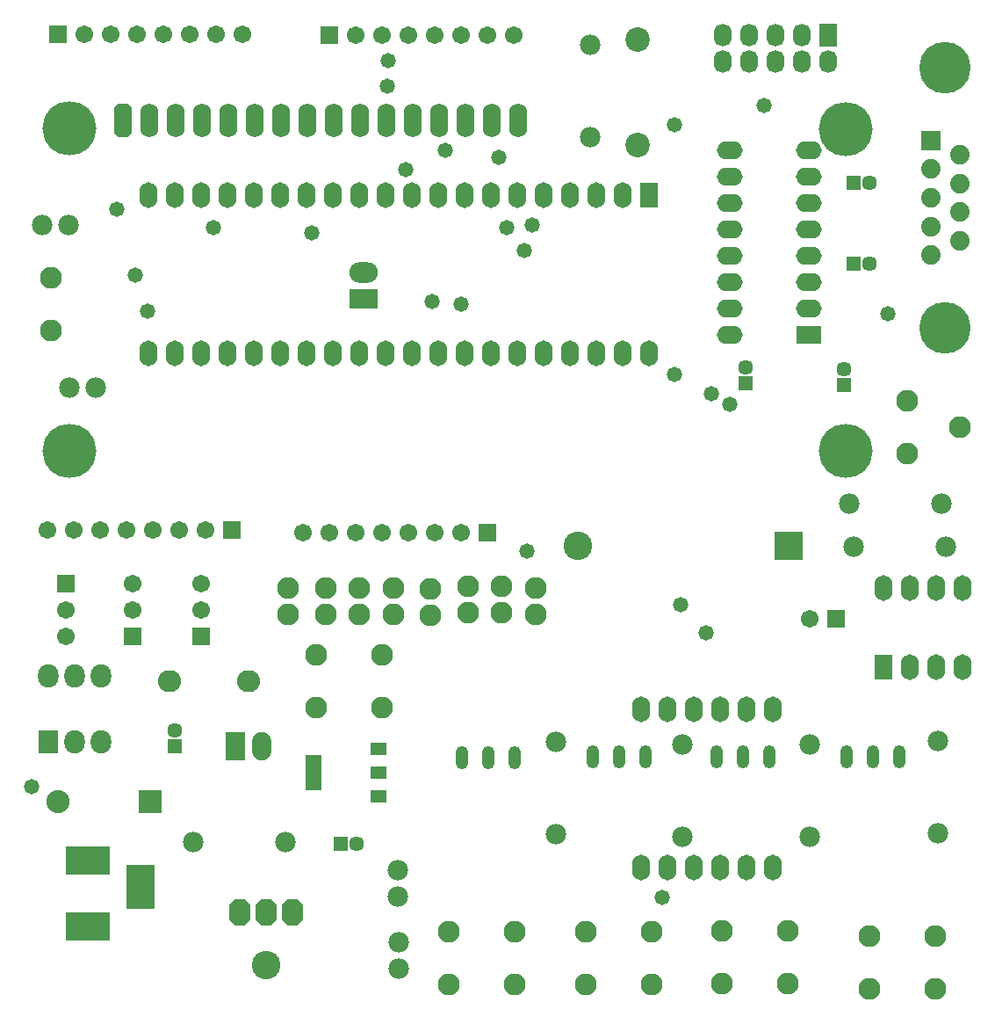
<source format=gts>
G04 Layer_Color=8388736*
%FSTAX24Y24*%
%MOIN*%
G70*
G01*
G75*
%ADD62R,0.0612X0.0454*%
%ADD63R,0.0612X0.1379*%
%ADD64R,0.0671X0.0671*%
%ADD65C,0.0671*%
%ADD66R,0.1080X0.0780*%
%ADD67O,0.1080X0.0780*%
%ADD68C,0.0780*%
%ADD69C,0.0830*%
%ADD70C,0.2049*%
%ADD71O,0.0680X0.1280*%
G04:AMPARAMS|DCode=72|XSize=128mil|YSize=68mil|CornerRadius=0mil|HoleSize=0mil|Usage=FLASHONLY|Rotation=90.000|XOffset=0mil|YOffset=0mil|HoleType=Round|Shape=Octagon|*
%AMOCTAGOND72*
4,1,8,0.0170,0.0640,-0.0170,0.0640,-0.0340,0.0470,-0.0340,-0.0470,-0.0170,-0.0640,0.0170,-0.0640,0.0340,-0.0470,0.0340,0.0470,0.0170,0.0640,0.0*
%
%ADD72OCTAGOND72*%

%ADD73R,0.0671X0.0671*%
%ADD74C,0.0572*%
%ADD75R,0.0572X0.0572*%
%ADD76R,0.0680X0.0980*%
%ADD77O,0.0680X0.0980*%
%ADD78O,0.0780X0.0880*%
%ADD79R,0.0780X0.0880*%
G04:AMPARAMS|DCode=80|XSize=78mil|YSize=98mil|CornerRadius=0mil|HoleSize=0mil|Usage=FLASHONLY|Rotation=180.000|XOffset=0mil|YOffset=0mil|HoleType=Round|Shape=Octagon|*
%AMOCTAGOND80*
4,1,8,0.0195,-0.0490,-0.0195,-0.0490,-0.0390,-0.0295,-0.0390,0.0295,-0.0195,0.0490,0.0195,0.0490,0.0390,0.0295,0.0390,-0.0295,0.0195,-0.0490,0.0*
%
%ADD80OCTAGOND80*%

%ADD81C,0.1080*%
%ADD82C,0.0880*%
%ADD83R,0.0880X0.0880*%
%ADD84R,0.1680X0.1080*%
%ADD85R,0.1080X0.1680*%
%ADD86R,0.1080X0.1080*%
%ADD87O,0.0730X0.1080*%
%ADD88R,0.0730X0.1080*%
%ADD89O,0.0880X0.0830*%
%ADD90R,0.0572X0.0572*%
%ADD91C,0.0930*%
%ADD92O,0.0671X0.0867*%
%ADD93R,0.0671X0.0867*%
%ADD94O,0.0480X0.0880*%
%ADD95C,0.1954*%
%ADD96R,0.0745X0.0745*%
%ADD97C,0.0745*%
%ADD98R,0.0980X0.0680*%
%ADD99O,0.0980X0.0680*%
%ADD100C,0.0580*%
D62*
X02618Y018409D02*
D03*
Y019311D02*
D03*
Y020212D02*
D03*
D63*
X02372Y019311D02*
D03*
D64*
X04355Y02515D02*
D03*
X0243Y047261D02*
D03*
X0303Y028411D02*
D03*
X0206Y028511D02*
D03*
X014Y047311D02*
D03*
D65*
X04255Y02515D02*
D03*
X01945Y025461D02*
D03*
Y026461D02*
D03*
X0253Y047261D02*
D03*
X0263D02*
D03*
X0273D02*
D03*
X0283D02*
D03*
X0293D02*
D03*
X0303D02*
D03*
X0313D02*
D03*
X0293Y028411D02*
D03*
X0283D02*
D03*
X0273D02*
D03*
X0263D02*
D03*
X0253D02*
D03*
X0243D02*
D03*
X0233D02*
D03*
X0196Y028511D02*
D03*
X0186D02*
D03*
X0176D02*
D03*
X0166D02*
D03*
X0156D02*
D03*
X0146D02*
D03*
X0136D02*
D03*
X015Y047311D02*
D03*
X016D02*
D03*
X017D02*
D03*
X018D02*
D03*
X019D02*
D03*
X02D02*
D03*
X021D02*
D03*
X01685Y025461D02*
D03*
Y026461D02*
D03*
X0143Y025461D02*
D03*
Y024461D02*
D03*
D66*
X0256Y037261D02*
D03*
D67*
Y038261D02*
D03*
D68*
X0134Y040061D02*
D03*
X0144D02*
D03*
X01445Y033911D02*
D03*
X01545D02*
D03*
X0342Y046911D02*
D03*
Y043411D02*
D03*
X0269Y014611D02*
D03*
Y015611D02*
D03*
X02695Y012861D02*
D03*
Y011861D02*
D03*
X0442Y027861D02*
D03*
X0477D02*
D03*
X04405Y029511D02*
D03*
X04755D02*
D03*
X01915Y016661D02*
D03*
X02265D02*
D03*
X0474Y020511D02*
D03*
Y017011D02*
D03*
X04255Y020361D02*
D03*
Y016861D02*
D03*
X0377D02*
D03*
Y020361D02*
D03*
X0329Y016961D02*
D03*
Y020461D02*
D03*
D69*
X02275Y025311D02*
D03*
Y026311D02*
D03*
X024187Y025311D02*
D03*
Y026311D02*
D03*
X025437Y025311D02*
D03*
Y026311D02*
D03*
X02675Y025311D02*
D03*
Y026311D02*
D03*
X028137Y025261D02*
D03*
Y026261D02*
D03*
X029587Y025361D02*
D03*
Y026361D02*
D03*
X030837Y025361D02*
D03*
Y026361D02*
D03*
X03215Y025311D02*
D03*
Y026311D02*
D03*
X04625Y033411D02*
D03*
X04825Y032411D02*
D03*
X04625Y031411D02*
D03*
X0238Y023761D02*
D03*
X0263Y021761D02*
D03*
Y023761D02*
D03*
X0238Y021761D02*
D03*
X02885Y013261D02*
D03*
X03135Y011261D02*
D03*
Y013261D02*
D03*
X02885Y011261D02*
D03*
X01375Y036061D02*
D03*
Y038061D02*
D03*
X0392Y013311D02*
D03*
X0417Y011311D02*
D03*
Y013311D02*
D03*
X0392Y011311D02*
D03*
X03405Y013261D02*
D03*
X03655Y011261D02*
D03*
Y013261D02*
D03*
X03405Y011261D02*
D03*
X0448Y013111D02*
D03*
X0473Y011111D02*
D03*
Y013111D02*
D03*
X0448Y011111D02*
D03*
D70*
X043909Y031501D02*
D03*
X01445Y043725D02*
D03*
X01445Y031511D02*
D03*
X043909Y043706D02*
D03*
D71*
X031487Y04404D02*
D03*
X030487D02*
D03*
X029487D02*
D03*
X028487D02*
D03*
X027487D02*
D03*
X026487D02*
D03*
X025487D02*
D03*
X024487D02*
D03*
X023487D02*
D03*
X022487D02*
D03*
X021487D02*
D03*
X020487D02*
D03*
X019487D02*
D03*
X018487D02*
D03*
X017487D02*
D03*
D72*
X016487D02*
D03*
D73*
X01945Y024461D02*
D03*
X01685D02*
D03*
X0143Y026461D02*
D03*
D74*
X025341Y016611D02*
D03*
X01845Y020906D02*
D03*
X044795Y038611D02*
D03*
X04385Y034606D02*
D03*
X044795Y041661D02*
D03*
X0401Y034661D02*
D03*
D75*
X02475Y016611D02*
D03*
X044205Y038611D02*
D03*
Y041661D02*
D03*
D76*
X04535Y023311D02*
D03*
X03645Y041211D02*
D03*
D77*
X04635Y023311D02*
D03*
X04735D02*
D03*
X04835D02*
D03*
X04535Y026311D02*
D03*
X04635D02*
D03*
X04735D02*
D03*
X04835D02*
D03*
X03545Y041211D02*
D03*
X03445D02*
D03*
X03345D02*
D03*
X03245D02*
D03*
X03145D02*
D03*
X03045D02*
D03*
X02945D02*
D03*
X02845D02*
D03*
X02745D02*
D03*
X02645D02*
D03*
X02545D02*
D03*
X02445D02*
D03*
X02345D02*
D03*
X02245D02*
D03*
X02145D02*
D03*
X02045D02*
D03*
X01945D02*
D03*
X01845D02*
D03*
X01745D02*
D03*
X03645Y035211D02*
D03*
X03545D02*
D03*
X03445D02*
D03*
X03345D02*
D03*
X03245D02*
D03*
X03145D02*
D03*
X03045D02*
D03*
X02945D02*
D03*
X02845D02*
D03*
X02745D02*
D03*
X02645D02*
D03*
X02545D02*
D03*
X02445D02*
D03*
X02345D02*
D03*
X02245D02*
D03*
X02145D02*
D03*
X02045D02*
D03*
X01945D02*
D03*
X01845D02*
D03*
X01745D02*
D03*
X03615Y015711D02*
D03*
X03715D02*
D03*
X03815D02*
D03*
X03915D02*
D03*
X04015D02*
D03*
X04115D02*
D03*
X03615Y021711D02*
D03*
X03715D02*
D03*
X03815D02*
D03*
X03915D02*
D03*
X04015D02*
D03*
X04115D02*
D03*
D78*
X01365Y022961D02*
D03*
X01465D02*
D03*
X01565D02*
D03*
Y020461D02*
D03*
X01465D02*
D03*
D79*
X01365D02*
D03*
D80*
X0209Y014011D02*
D03*
X0219D02*
D03*
X0229D02*
D03*
D81*
X0219Y012011D02*
D03*
X03375Y027911D02*
D03*
D82*
X014Y018211D02*
D03*
D83*
X0175D02*
D03*
D84*
X01515Y015961D02*
D03*
Y013461D02*
D03*
D85*
X01715Y014961D02*
D03*
D86*
X04175Y027911D02*
D03*
D87*
X02175Y020311D02*
D03*
D88*
X02075D02*
D03*
D89*
X01825Y022761D02*
D03*
X02125D02*
D03*
D90*
X01845Y020315D02*
D03*
X04385Y034015D02*
D03*
X0401Y03407D02*
D03*
D91*
X036Y047111D02*
D03*
Y043111D02*
D03*
D92*
X03925Y047261D02*
D03*
X04025D02*
D03*
X04125D02*
D03*
X04225D02*
D03*
X04325Y046261D02*
D03*
X04225D02*
D03*
X04125D02*
D03*
X04025D02*
D03*
X03925D02*
D03*
D93*
X04325Y047261D02*
D03*
D94*
X04395Y019911D02*
D03*
X04495D02*
D03*
X04595D02*
D03*
X039D02*
D03*
X04D02*
D03*
X041D02*
D03*
X0343D02*
D03*
X0353D02*
D03*
X0363D02*
D03*
X02935Y019861D02*
D03*
X03035D02*
D03*
X03135D02*
D03*
D95*
X047691Y036187D02*
D03*
Y046025D02*
D03*
D96*
X047132Y043287D02*
D03*
D97*
X04825Y042742D02*
D03*
X047132Y042197D02*
D03*
X04825Y041651D02*
D03*
X047132Y041106D02*
D03*
X04825Y040561D02*
D03*
X047132Y040015D02*
D03*
X04825Y03947D02*
D03*
X047132Y038925D02*
D03*
D98*
X0425Y035911D02*
D03*
D99*
Y036911D02*
D03*
Y037911D02*
D03*
Y038911D02*
D03*
Y039911D02*
D03*
Y040911D02*
D03*
Y041911D02*
D03*
Y042911D02*
D03*
X0395Y035911D02*
D03*
Y036911D02*
D03*
Y037911D02*
D03*
Y038911D02*
D03*
Y039911D02*
D03*
Y040911D02*
D03*
Y041911D02*
D03*
Y042911D02*
D03*
D100*
X02655Y0463D02*
D03*
X0265Y04535D02*
D03*
X0287Y0429D02*
D03*
X03075Y04265D02*
D03*
X0293Y037061D02*
D03*
X0318Y027711D02*
D03*
X03105Y039961D02*
D03*
X0317Y039111D02*
D03*
X013Y018761D02*
D03*
X01625Y040661D02*
D03*
X0386Y024611D02*
D03*
X0395Y033261D02*
D03*
X0374Y034411D02*
D03*
X0388Y033661D02*
D03*
X03765Y025661D02*
D03*
X0199Y039961D02*
D03*
X0282Y037161D02*
D03*
X01695Y038161D02*
D03*
X0174Y036811D02*
D03*
X02365Y039761D02*
D03*
X032Y040061D02*
D03*
X0374Y043861D02*
D03*
X0455Y036711D02*
D03*
X0408Y044611D02*
D03*
X0272Y042161D02*
D03*
X03695Y014561D02*
D03*
M02*

</source>
